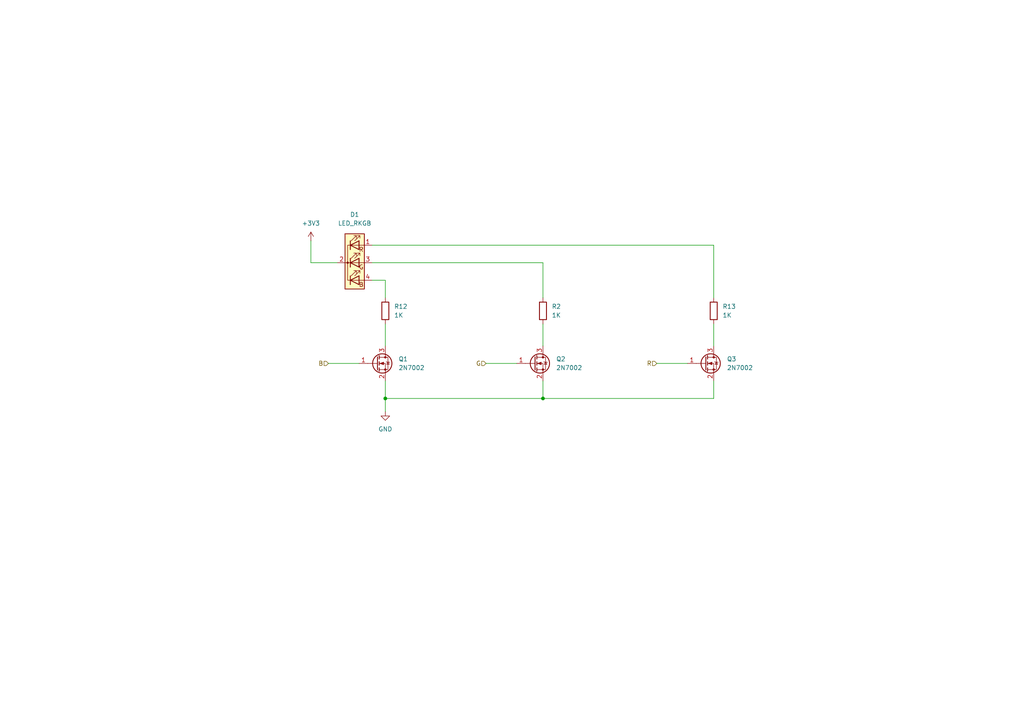
<source format=kicad_sch>
(kicad_sch (version 20231120) (generator "eeschema") (generator_version "8.0")
  (paper "A4")
  (title_block (date "mar. 31 mars 2015"))
  (lib_symbols
    (symbol "Device:LED_RKGB" (pin_names (offset 0) hide)
      (property "Reference" "D" (at 0 9.398 0))
      (property "Value" "LED_RKGB" (at 0 -8.89 0))
      (symbol "LED_RKGB_0_0"
        (text "B" (at 1.905 -6.35 0) (effects (font (size 1.27 1.27))))
        (text "G" (at 1.905 -1.27 0) (effects (font (size 1.27 1.27))))
        (text "R" (at 1.905 3.81 0) (effects (font (size 1.27 1.27))))
      )
      (symbol "LED_RKGB_0_1"
        (circle (center -2.032 0) (radius 0.254) (fill (type outline)))
        (polyline (pts (xy -1.27 -5.08) (xy 1.27 -5.08)))
        (polyline (pts (xy -1.27 -3.81) (xy -1.27 -6.35)) (stroke (width 0.254)))
        (polyline (pts (xy -1.27 0) (xy -2.54 0)))
        (polyline (pts (xy -1.27 1.27) (xy -1.27 -1.27)) (stroke (width 0.254)))
        (polyline (pts (xy -1.27 5.08) (xy 1.27 5.08)))
        (polyline (pts (xy -1.27 6.35) (xy -1.27 3.81)) (stroke (width 0.254)))
        (polyline (pts (xy 1.27 -5.08) (xy 2.54 -5.08)))
        (polyline (pts (xy 1.27 0) (xy -1.27 0)))
        (polyline (pts (xy 1.27 0) (xy 2.54 0)))
        (polyline (pts (xy 1.27 5.08) (xy 2.54 5.08)))
        (polyline (pts (xy -1.27 1.27) (xy -1.27 -1.27) (xy -1.27 -1.27)))
        (polyline (pts (xy -1.27 6.35) (xy -1.27 3.81) (xy -1.27 3.81)))
        (polyline (pts (xy -1.27 5.08) (xy -2.032 5.08) (xy -2.032 -5.08) (xy -1.016 -5.08)))
        (polyline (pts (xy 1.27 -3.81) (xy 1.27 -6.35) (xy -1.27 -5.08) (xy 1.27 -3.81)) (stroke (width 0.254)))
        (polyline (pts (xy 1.27 1.27) (xy 1.27 -1.27) (xy -1.27 0) (xy 1.27 1.27)) (stroke (width 0.254)))
        (polyline (pts (xy 1.27 6.35) (xy 1.27 3.81) (xy -1.27 5.08) (xy 1.27 6.35)) (stroke (width 0.254)))
        (polyline (pts (xy -1.016 -3.81) (xy 0.508 -2.286) (xy -0.254 -2.286) (xy 0.508 -2.286) (xy 0.508 -3.048)))
        (polyline (pts (xy -1.016 1.27) (xy 0.508 2.794) (xy -0.254 2.794) (xy 0.508 2.794) (xy 0.508 2.032)))
        (polyline (pts (xy -1.016 6.35) (xy 0.508 7.874) (xy -0.254 7.874) (xy 0.508 7.874) (xy 0.508 7.112)))
        (polyline (pts (xy 0 -3.81) (xy 1.524 -2.286) (xy 0.762 -2.286) (xy 1.524 -2.286) (xy 1.524 -3.048)))
        (polyline (pts (xy 0 1.27) (xy 1.524 2.794) (xy 0.762 2.794) (xy 1.524 2.794) (xy 1.524 2.032)))
        (polyline (pts (xy 0 6.35) (xy 1.524 7.874) (xy 0.762 7.874) (xy 1.524 7.874) (xy 1.524 7.112)))
        (rectangle (start 1.27 -1.27) (end 1.27 1.27))
        (rectangle (start 1.27 1.27) (end 1.27 1.27))
        (rectangle (start 1.27 3.81) (end 1.27 6.35))
        (rectangle (start 1.27 6.35) (end 1.27 6.35))
        (rectangle (start 2.794 8.382) (end -2.794 -7.62) (stroke (width 0.254)) (fill (type background)))
      )
      (symbol "LED_RKGB_1_1"
        (pin passive line (at 5.08 5.08 180) (length 2.54) (name "RA") (number "1"))
        (pin passive line (at -5.08 0 0) (length 2.54) (name "K") (number "2"))
        (pin passive line (at 5.08 0 180) (length 2.54) (name "GA") (number "3"))
        (pin passive line (at 5.08 -5.08 180) (length 2.54) (name "BA") (number "4"))
      )
    )
    (symbol "Device:Q_NMOS_GSD" (pin_names (offset 0) hide)
      (property "Reference" "Q" (at 5.08 1.27 0))
      (property "Value" "Q_NMOS_GSD" (at 5.08 -1.27 0))
      (symbol "Q_NMOS_GSD_0_1"
        (polyline (pts (xy 0.254 0) (xy -2.54 0)))
        (polyline (pts (xy 0.254 1.905) (xy 0.254 -1.905)) (stroke (width 0.254)))
        (polyline (pts (xy 0.762 -1.27) (xy 0.762 -2.286)) (stroke (width 0.254)))
        (polyline (pts (xy 0.762 0.508) (xy 0.762 -0.508)) (stroke (width 0.254)))
        (polyline (pts (xy 0.762 2.286) (xy 0.762 1.27)) (stroke (width 0.254)))
        (polyline (pts (xy 2.54 2.54) (xy 2.54 1.778)))
        (polyline (pts (xy 2.54 -2.54) (xy 2.54 0) (xy 0.762 0)))
        (polyline (pts (xy 0.762 -1.778) (xy 3.302 -1.778) (xy 3.302 1.778) (xy 0.762 1.778)))
        (polyline (pts (xy 1.016 0) (xy 2.032 0.381) (xy 2.032 -0.381) (xy 1.016 0)) (fill (type outline)))
        (polyline (pts (xy 2.794 0.508) (xy 2.921 0.381) (xy 3.683 0.381) (xy 3.81 0.254)))
        (polyline (pts (xy 3.302 0.381) (xy 2.921 -0.254) (xy 3.683 -0.254) (xy 3.302 0.381)))
        (circle (center 1.651 0) (radius 2.794) (stroke (width 0.254)))
        (circle (center 2.54 -1.778) (radius 0.254) (fill (type outline)))
        (circle (center 2.54 1.778) (radius 0.254) (fill (type outline)))
      )
      (symbol "Q_NMOS_GSD_1_1"
        (pin input line (at -5.08 0 0) (length 2.54) (name "G") (number "1"))
        (pin passive line (at 2.54 -5.08 90) (length 2.54) (name "S") (number "2"))
        (pin passive line (at 2.54 5.08 270) (length 2.54) (name "D") (number "3"))
      )
    )
    (symbol "Device:R" (pin_numbers hide) (pin_names (offset 0))
      (property "Reference" "R" (at 2.032 0 90))
      (property "Value" "R" (at 0 0 90))
      (symbol "R_0_1"
        (rectangle (start -1.016 -2.54) (end 1.016 2.54) (stroke (width 0.254)))
      )
      (symbol "R_1_1"
        (pin passive line (at 0 3.81 270) (length 1.27) (name "~") (number "1"))
        (pin passive line (at 0 -3.81 90) (length 1.27) (name "~") (number "2"))
      )
    )
    (symbol "power:+3V3" (power) (pin_numbers hide) (pin_names (offset 0) hide)
      (property "Value" "+3V3" (at 0 3.556 0))
      (symbol "+3V3_0_1"
        (polyline (pts (xy -0.762 1.27) (xy 0 2.54)))
        (polyline (pts (xy 0 0) (xy 0 2.54)))
        (polyline (pts (xy 0 2.54) (xy 0.762 1.27)))
      )
      (symbol "+3V3_1_1"
        (pin power_in line (at 0 0 90) (length 0) (name "~") (number "1"))
      )
    )
    (symbol "power:GND" (power) (pin_numbers hide) (pin_names (offset 0) hide)
      (property "Value" "GND" (at 0 -3.81 0))
      (symbol "GND_0_1"
        (polyline (pts (xy 0 0) (xy 0 -1.27) (xy 1.27 -1.27) (xy 0 -2.54) (xy -1.27 -1.27) (xy 0 -1.27)))
      )
      (symbol "GND_1_1"
        (pin power_in line (at 0 0 270) (length 0) (name "~") (number "1"))
      )
    )
  )
  (junction (at 111.76 115.57))
  (junction (at 157.48 115.57))
  (wire (pts (xy 207.01 93.98) (xy 207.01 100.33)))
  (wire (pts (xy 111.76 81.28) (xy 107.95 81.28)))
  (wire (pts (xy 111.76 86.36) (xy 111.76 81.28)))
  (wire (pts (xy 90.17 76.2) (xy 97.79 76.2)))
  (wire (pts (xy 157.48 93.98) (xy 157.48 100.33)))
  (wire (pts (xy 95.25 105.41) (xy 104.14 105.41)))
  (wire (pts (xy 90.17 69.85) (xy 90.17 76.2)))
  (wire (pts (xy 207.01 71.12) (xy 207.01 86.36)))
  (wire (pts (xy 190.5 105.41) (xy 199.39 105.41)))
  (wire (pts (xy 107.95 76.2) (xy 157.48 76.2)))
  (wire (pts (xy 111.76 115.57) (xy 111.76 119.38)))
  (wire (pts (xy 157.48 115.57) (xy 207.01 115.57)))
  (wire (pts (xy 207.01 115.57) (xy 207.01 110.49)))
  (wire (pts (xy 157.48 115.57) (xy 157.48 110.49)))
  (wire (pts (xy 157.48 86.36) (xy 157.48 76.2)))
  (wire (pts (xy 111.76 93.98) (xy 111.76 100.33)))
  (wire (pts (xy 107.95 71.12) (xy 207.01 71.12)))
  (wire (pts (xy 140.97 105.41) (xy 149.86 105.41)))
  (wire (pts (xy 111.76 110.49) (xy 111.76 115.57)))
  (wire (pts (xy 111.76 115.57) (xy 157.48 115.57)))
  (hierarchical_label "R" (shape input) (at 190.5 105.41 180))
  (hierarchical_label "B" (shape input) (at 95.25 105.41 180))
  (hierarchical_label "G" (shape input) (at 140.97 105.41 180))
  (symbol (lib_id "power:GND") (at 111.76 119.38 0) (unit 1)
    (property "Reference" "#PWR027" (effects (hide yes)))
    (property "Value" "GND" (at 111.76 124.46 0))
    (property "Description" "Power symbol creates a global label with name \"GND\" , ground" (effects (hide yes)))
  )
  (symbol (lib_id "Device:LED_RKGB") (at 102.87 76.2 0) (unit 1)
    (property "Reference" "D1" (at 102.87 62.23 0))
    (property "Value" "LED_RKGB" (at 102.87 64.77 0))
    (property "Footprint" "LED_THT:LED_D5.0mm-4_RGB" (effects (hide yes)))
    (property "Datasheet" "https://www.lcsc.com/datasheet/lcsc_datasheet_2401261523_TOGIALED-TJ-L5FPTXHMCSLCRGB-A5_C20613341.pdf" (effects (hide yes)))
    (property "Description" "RGB LED, red/cathode/green/blue" (effects (hide yes)))
    (property "MPN" "TJ-L5FPTXHMCSLCRGB-A5" (effects (hide yes)))
  )
  (symbol (lib_id "Device:Q_NMOS_GSD") (at 109.22 105.41 0) (unit 1)
    (property "Reference" "Q1" (at 115.57 104.1399 0) (effects (justify left)))
    (property "Value" "2N7002" (at 115.57 106.6799 0) (effects (justify left)))
    (property "Footprint" "Package_TO_SOT_SMD:SOT-23" (effects (hide yes)))
    (property "Datasheet" "https://jlcpcb.com/api/file/downloadByFileSystemAccessId/8550724090244980736" (effects (hide yes)))
    (property "Description" "N-MOSFET transistor, gate/source/drain" (effects (hide yes)))
    (property "MPN" "2N7002" (effects (hide yes)))
  )
  (symbol (lib_id "Device:R") (at 111.76 90.17 180) (unit 1)
    (property "Reference" "R12" (at 114.3 88.8999 0) (effects (justify right)))
    (property "Value" "1K" (at 114.3 91.4399 0) (effects (justify right)))
    (property "Footprint" "Resistor_SMD:R_0603_1608Metric" (effects (hide yes)))
    (property "Datasheet" "https://www.lcsc.com/datasheet/lcsc_datasheet_2206010130_UNI-ROYAL-Uniroyal-Elec-0603WAF1001T5E_C21190.pdf" (effects (hide yes)))
    (property "Description" "Resistor" (effects (hide yes)))
    (property "MPN" "0603WAF1001T5E" (effects (hide yes)))
  )
  (symbol (lib_id "Device:R") (at 207.01 90.17 180) (unit 1)
    (property "Reference" "R13" (at 209.55 88.8999 0) (effects (justify right)))
    (property "Value" "1K" (at 209.55 91.4399 0) (effects (justify right)))
    (property "Footprint" "Resistor_SMD:R_0603_1608Metric" (effects (hide yes)))
    (property "Datasheet" "https://www.lcsc.com/datasheet/lcsc_datasheet_2206010130_UNI-ROYAL-Uniroyal-Elec-0603WAF1001T5E_C21190.pdf" (effects (hide yes)))
    (property "Description" "Resistor" (effects (hide yes)))
    (property "MPN" "0603WAF1001T5E" (effects (hide yes)))
  )
  (symbol (lib_id "Device:R") (at 157.48 90.17 180) (unit 1)
    (property "Reference" "R2" (at 160.02 88.8999 0) (effects (justify right)))
    (property "Value" "1K" (at 160.02 91.4399 0) (effects (justify right)))
    (property "Footprint" "Resistor_SMD:R_0603_1608Metric" (effects (hide yes)))
    (property "Datasheet" "https://www.lcsc.com/datasheet/lcsc_datasheet_2206010130_UNI-ROYAL-Uniroyal-Elec-0603WAF1001T5E_C21190.pdf" (effects (hide yes)))
    (property "Description" "Resistor" (effects (hide yes)))
    (property "MPN" "0603WAF1001T5E" (effects (hide yes)))
  )
  (symbol (lib_id "power:+3V3") (at 90.17 69.85 0) (unit 1)
    (property "Reference" "#PWR026" (effects (hide yes)))
    (property "Value" "+3V3" (at 90.17 64.77 0))
    (property "Description" "Power symbol creates a global label with name \"+3V3\"" (effects (hide yes)))
  )
  (symbol (lib_id "Device:Q_NMOS_GSD") (at 154.94 105.41 0) (unit 1)
    (property "Reference" "Q2" (at 161.29 104.1399 0) (effects (justify left)))
    (property "Value" "2N7002" (at 161.29 106.6799 0) (effects (justify left)))
    (property "Footprint" "Package_TO_SOT_SMD:SOT-23" (effects (hide yes)))
    (property "Datasheet" "https://jlcpcb.com/api/file/downloadByFileSystemAccessId/8550724090244980736" (effects (hide yes)))
    (property "Description" "N-MOSFET transistor, gate/source/drain" (effects (hide yes)))
    (property "MPN" "2N7002" (effects (hide yes)))
  )
  (symbol (lib_id "Device:Q_NMOS_GSD") (at 204.47 105.41 0) (unit 1)
    (property "Reference" "Q3" (at 210.82 104.1399 0) (effects (justify left)))
    (property "Value" "2N7002" (at 210.82 106.6799 0) (effects (justify left)))
    (property "Footprint" "Package_TO_SOT_SMD:SOT-23" (effects (hide yes)))
    (property "Datasheet" "https://jlcpcb.com/api/file/downloadByFileSystemAccessId/8550724090244980736" (effects (hide yes)))
    (property "Description" "N-MOSFET transistor, gate/source/drain" (effects (hide yes)))
    (property "MPN" "2N7002" (effects (hide yes)))
  )
)
</source>
